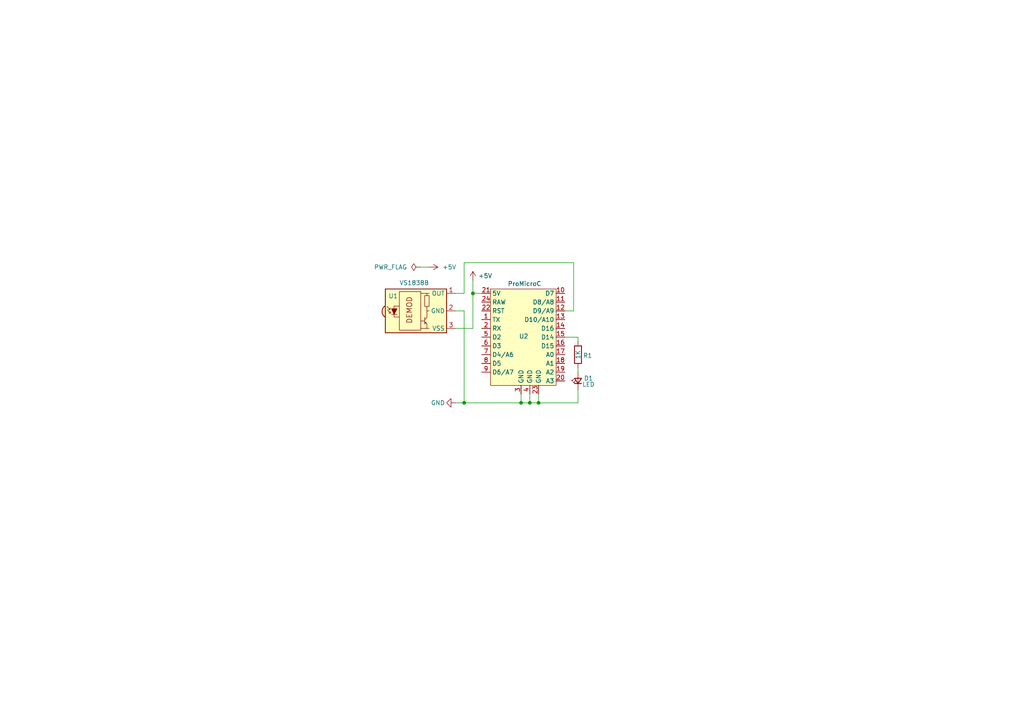
<source format=kicad_sch>
(kicad_sch (version 20250114) (generator "eeschema") (generator_version "9.0")
  (paper "A4")
  (lib_symbols
    (symbol "Custom:VS1838B"
      (property "Reference" "U1" (at -7.874 4.318 0))
      (property "Value" "VS1838B" (at -1.778 8.128 0))
      (symbol "VS1838B_0_0"
        (arc (start -10.287 -1.778) (mid -11.0899 -0.1905) (end -10.287 1.397) (stroke (width 0.254)) (fill (type background)))
        (polyline (pts (xy 1.905 5.08) (xy 0.127 5.08)))
        (polyline (pts (xy 1.905 -5.08) (xy 0.127 -5.08)))
        (text "DEMOD" (at -3.175 0.254 900) (effects (font (size 1.524 1.524))))
      )
      (symbol "VS1838B_0_1"
        (rectangle (start -10.16 6.35) (end 7.62 -6.35) (stroke (width 0.254)) (fill (type background)))
        (polyline (pts (xy -8.763 0.381) (xy -9.652 1.27)))
        (polyline (pts (xy -8.763 0.381) (xy -9.271 0.381)))
        (polyline (pts (xy -8.763 0.381) (xy -8.763 0.889)))
        (polyline (pts (xy -8.636 -0.635) (xy -9.525 0.254)))
        (polyline (pts (xy -8.636 -0.635) (xy -9.144 -0.635)))
        (polyline (pts (xy -8.636 -0.635) (xy -8.636 -0.127)))
        (polyline (pts (xy -8.382 0.635) (xy -6.731 0.635) (xy -7.62 -1.016) (xy -8.382 0.635)) (fill (type outline)))
        (polyline (pts (xy -8.382 -1.016) (xy -6.731 -1.016)))
        (rectangle (start -6.096 5.588) (end 0.127 -5.588))
        (polyline (pts (xy -6.096 1.397) (xy -7.62 1.397) (xy -7.62 -1.778) (xy -6.096 -1.778)))
        (polyline (pts (xy 1.27 -1.905) (xy 1.27 -3.81)))
        (polyline (pts (xy 1.27 -2.54) (xy 1.905 -1.905) (xy 1.905 0) (xy 2.54 0)))
        (polyline (pts (xy 1.27 -2.921) (xy 0.127 -2.921)))
        (polyline (pts (xy 1.27 -3.175) (xy 1.905 -3.81) (xy 1.905 -5.08) (xy 2.54 -5.08)))
        (polyline (pts (xy 1.397 -3.556) (xy 1.524 -3.556)))
        (polyline (pts (xy 1.651 -3.556) (xy 1.524 -3.556)))
        (polyline (pts (xy 1.651 -3.556) (xy 1.651 -3.302)))
        (polyline (pts (xy 1.905 4.445) (xy 1.905 5.08) (xy 2.54 5.08)))
        (polyline (pts (xy 1.905 0) (xy 1.905 1.27)))
        (rectangle (start 2.54 1.27) (end 1.27 4.445))
      )
      (symbol "VS1838B_1_1"
        (pin output line (at 10.16 5.08 180) (length 2.54) (name "OUT") (number "1"))
        (pin passive line (at 10.16 0 180) (length 2.54) (name "GND") (number "2"))
        (pin power_in line (at 10.16 -5.08 180) (length 2.54) (name "VSS") (number "3"))
      )
    )
    (symbol "Device:R" (pin_numbers (hide yes)) (pin_names (offset 0))
      (property "Reference" "R" (at 2.032 0 90))
      (property "Value" "R" (at 0 0 90))
      (symbol "R_0_1"
        (rectangle (start -1.016 -2.54) (end 1.016 2.54) (stroke (width 0.254)))
      )
      (symbol "R_1_1"
        (pin passive line (at 0 3.81 270) (length 1.27) (name "~") (number "1"))
        (pin passive line (at 0 -3.81 90) (length 1.27) (name "~") (number "2"))
      )
    )
    (symbol "PCM_SparkFun-Board:ProMicroC"
      (property "Reference" "U2" (at 9.652 -14.986 0))
      (property "Value" "ProMicroC" (at 9.906 0.254 0))
      (symbol "ProMicroC_1_1"
        (rectangle (start 0 -1.27) (end 19.05 -29.21) (fill (type background)))
        (pin power_in line (at -2.54 -2.54 0) (length 2.54) (name "5V") (number "21"))
        (pin input line (at -2.54 -5.08 0) (length 2.54) (name "RAW") (number "24"))
        (pin input line (at -2.54 -7.62 0) (length 2.54) (name "RST") (number "22"))
        (pin input line (at -2.54 -10.16 0) (length 2.54) (name "TX") (number "1"))
        (pin input line (at -2.54 -12.7 0) (length 2.54) (name "RX") (number "2"))
        (pin input line (at -2.54 -15.24 0) (length 2.54) (name "D2") (number "5"))
        (pin input line (at -2.54 -17.78 0) (length 2.54) (name "D3") (number "6"))
        (pin input line (at -2.54 -20.32 0) (length 2.54) (name "D4/A6") (number "7"))
        (pin input line (at -2.54 -22.86 0) (length 2.54) (name "D5") (number "8"))
        (pin input line (at -2.54 -25.4 0) (length 2.54) (name "D6/A7") (number "9"))
        (pin passive line (at 8.89 -31.75 90) (length 2.54) (name "GND") (number "3"))
        (pin passive line (at 11.43 -31.75 90) (length 2.54) (name "GND") (number "4"))
        (pin passive line (at 13.97 -31.75 90) (length 2.54) (name "GND") (number "23"))
        (pin input line (at 21.59 -2.54 180) (length 2.54) (name "D7") (number "10"))
        (pin input line (at 21.59 -5.08 180) (length 2.54) (name "D8/A8") (number "11"))
        (pin input line (at 21.59 -7.62 180) (length 2.54) (name "D9/A9") (number "12"))
        (pin input line (at 21.59 -10.16 180) (length 2.54) (name "D10/A10") (number "13"))
        (pin input line (at 21.59 -12.7 180) (length 2.54) (name "D16") (number "14"))
        (pin input line (at 21.59 -15.24 180) (length 2.54) (name "D14") (number "15"))
        (pin input line (at 21.59 -17.78 180) (length 2.54) (name "D15") (number "16"))
        (pin input line (at 21.59 -20.32 180) (length 2.54) (name "A0") (number "17"))
        (pin input line (at 21.59 -22.86 180) (length 2.54) (name "A1") (number "18"))
        (pin input line (at 21.59 -25.4 180) (length 2.54) (name "A2") (number "19"))
        (pin input line (at 21.59 -27.94 180) (length 2.54) (name "A3") (number "20"))
      )
    )
    (symbol "PCM_SparkFun-LED:LED" (pin_numbers (hide yes)) (pin_names (offset 1.016) (hide yes))
      (property "Reference" "D" (at 0 2.54 0))
      (property "Value" "LED" (at 0 -2.54 0))
      (symbol "LED_0_1"
        (polyline (pts (xy -0.762 -1.016) (xy -0.762 1.016)) (stroke (width 0.254)))
        (polyline (pts (xy 0 0.762) (xy -0.508 1.27) (xy -0.254 1.27) (xy -0.508 1.27) (xy -0.508 1.016)))
        (polyline (pts (xy 0.508 1.27) (xy 0 1.778) (xy 0.254 1.778) (xy 0 1.778) (xy 0 1.524)))
        (polyline (pts (xy 0.762 -1.016) (xy -0.762 0) (xy 0.762 1.016) (xy 0.762 -1.016)) (stroke (width 0.254)))
        (polyline (pts (xy 1.016 0) (xy -0.762 0)))
      )
      (symbol "LED_1_1"
        (pin passive line (at -2.54 0 0) (length 1.778) (name "K") (number "1"))
        (pin passive line (at 2.54 0 180) (length 1.778) (name "A") (number "2"))
      )
    )
    (symbol "power:+5V" (power) (pin_names (offset 0))
      (property "Value" "+5V" (at 0 3.556 0))
      (symbol "+5V_0_1"
        (polyline (pts (xy -0.762 1.27) (xy 0 2.54)))
        (polyline (pts (xy 0 2.54) (xy 0.762 1.27)))
        (polyline (pts (xy 0 0) (xy 0 2.54)))
      )
      (symbol "+5V_1_1"
        (pin power_in line (at 0 0 90) (length 0) (hide yes) (name "+5V") (number "1"))
      )
    )
    (symbol "power:GND" (power) (pin_names (offset 0))
      (property "Value" "GND" (at 0 -7.112 90))
      (symbol "GND_0_1"
        (polyline (pts (xy 0 0) (xy 0 -1.27) (xy 1.27 -1.27) (xy 0 -2.54) (xy -1.27 -1.27) (xy 0 -1.27)))
      )
      (symbol "GND_1_1"
        (pin passive line (at 0 0 270) (length 0) (hide yes) (name "GND") (number "1"))
      )
    )
    (symbol "power:PWR_FLAG" (power) (pin_numbers (hide yes)) (pin_names (offset 0) (hide yes))
      (property "Value" "PWR_FLAG" (at 0 3.81 0))
      (symbol "PWR_FLAG_0_0"
        (pin power_out line (at 0 0 90) (length 0) (name "~") (number "1"))
      )
      (symbol "PWR_FLAG_0_1"
        (polyline (pts (xy 0 0) (xy 0 1.27) (xy -1.016 1.905) (xy 0 2.54) (xy 1.016 1.905) (xy 0 1.27)))
      )
    )
  )
  (junction (at 134.62 116.84))
  (junction (at 137.16 85.09))
  (junction (at 151.13 116.84))
  (junction (at 153.67 116.84))
  (junction (at 156.21 116.84))
  (wire (pts (xy 151.13 114.3) (xy 151.13 116.84)))
  (wire (pts (xy 156.21 116.84) (xy 153.67 116.84)))
  (wire (pts (xy 139.7 85.09) (xy 137.16 85.09)))
  (wire (pts (xy 167.64 99.06) (xy 167.64 97.79)))
  (wire (pts (xy 167.64 97.79) (xy 163.83 97.79)))
  (wire (pts (xy 166.37 76.2) (xy 166.37 90.17)))
  (wire (pts (xy 134.62 85.09) (xy 134.62 76.2)))
  (wire (pts (xy 137.16 85.09) (xy 137.16 95.25)))
  (wire (pts (xy 134.62 90.17) (xy 134.62 116.84)))
  (wire (pts (xy 153.67 116.84) (xy 151.13 116.84)))
  (wire (pts (xy 167.64 113.03) (xy 167.64 116.84)))
  (wire (pts (xy 132.08 85.09) (xy 134.62 85.09)))
  (wire (pts (xy 167.64 106.68) (xy 167.64 107.95)))
  (wire (pts (xy 132.08 116.84) (xy 134.62 116.84)))
  (wire (pts (xy 137.16 95.25) (xy 132.08 95.25)))
  (wire (pts (xy 167.64 116.84) (xy 156.21 116.84)))
  (wire (pts (xy 132.08 90.17) (xy 134.62 90.17)))
  (wire (pts (xy 121.92 77.47) (xy 124.46 77.47)))
  (wire (pts (xy 153.67 114.3) (xy 153.67 116.84)))
  (wire (pts (xy 151.13 116.84) (xy 134.62 116.84)))
  (wire (pts (xy 166.37 90.17) (xy 163.83 90.17)))
  (wire (pts (xy 156.21 114.3) (xy 156.21 116.84)))
  (wire (pts (xy 134.62 76.2) (xy 166.37 76.2)))
  (wire (pts (xy 137.16 81.28) (xy 137.16 85.09)))
  (symbol (lib_id "PCM_SparkFun-Board:ProMicroC") (at 142.24 82.55 0) (unit 1)
    (property "Reference" "U2" (at 151.892 97.536 0))
    (property "Value" "ProMicroC" (at 152.146 82.296 0))
    (property "Footprint" "PCM_SparkFun-Board:ProMicroC" (effects (hide yes)))
    (property "Datasheet" "https://www.sparkfun.com/products/15795" (effects (hide yes)))
  )
  (symbol (lib_id "power:+5V") (at 124.46 77.47 270) (unit 1)
    (property "Reference" "#PWR03" (effects (hide yes)))
    (property "Value" "+5V" (at 128.27 77.47 90) (effects (justify left)))
  )
  (symbol (lib_id "Device:R") (at 167.64 102.87 0) (unit 1)
    (property "Reference" "R1" (at 170.434 103.124 0))
    (property "Value" "1K" (at 167.64 102.87 90))
    (property "Footprint" "Resistor_THT:R_Axial_DIN0207_L6.3mm_D2.5mm_P7.62mm_Horizontal" (effects (hide yes)))
  )
  (symbol (lib_id "power:PWR_FLAG") (at 121.92 77.47 90) (unit 1)
    (property "Reference" "#FLG01" (effects (hide yes)))
    (property "Value" "PWR_FLAG" (at 118.11 77.4699 90) (effects (justify left)))
    (property "Description" "Special symbol for telling ERC where power comes from" (effects (hide yes)))
  )
  (symbol (lib_id "PCM_SparkFun-LED:LED") (at 167.64 110.49 90) (unit 1)
    (property "Reference" "D1" (at 170.688 109.728 90))
    (property "Value" "LED" (at 170.688 111.506 90))
    (property "Footprint" "LED_THT:LED_D3.0mm" (effects (hide yes)))
    (property "Description" "Light emitting diode" (effects (hide yes)))
    (property "PROD_ID" "LED-" (effects (hide yes)))
  )
  (symbol (lib_id "Custom:VS1838B") (at 121.92 90.17 0) (unit 1)
    (property "Reference" "U1" (at 114.046 85.852 0))
    (property "Value" "VS1838B" (at 120.142 82.042 0))
    (property "Footprint" "OptoDevice:Vishay_MINICAST-3Pin" (effects (hide yes)))
  )
  (symbol (lib_id "power:+5V") (at 137.16 81.28 0) (unit 1)
    (property "Reference" "#PWR01" (effects (hide yes)))
    (property "Value" "+5V" (at 138.684 80.01 0) (effects (justify left)))
  )
  (symbol (lib_id "power:GND") (at 132.08 116.84 270) (unit 1)
    (property "Reference" "#PWR02" (effects (hide yes)))
    (property "Value" "GND" (at 124.968 116.84 90) (effects (justify left)))
  )
)
</source>
